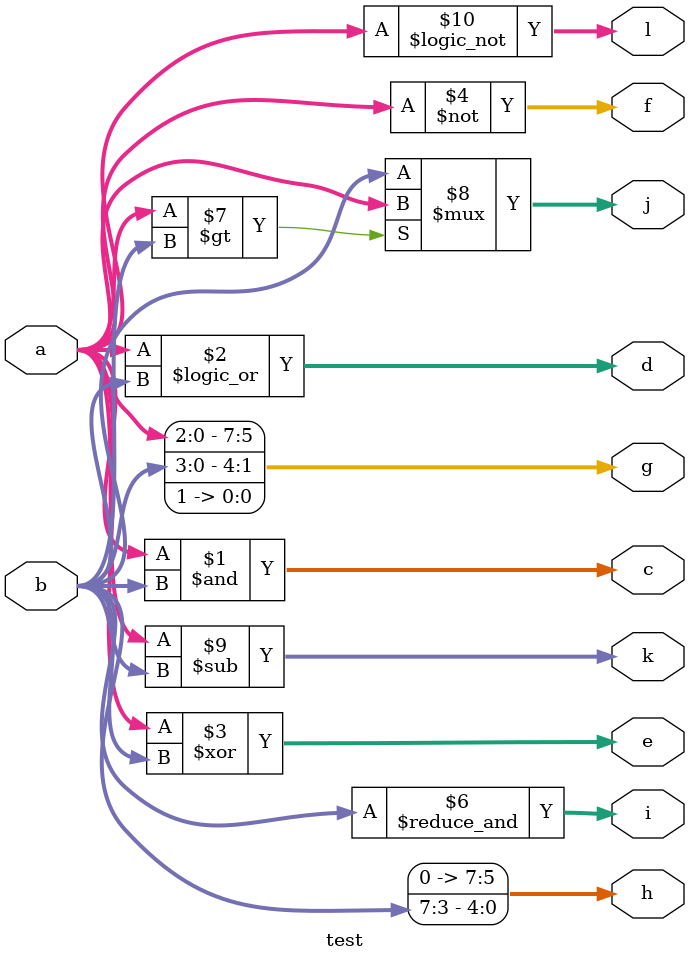
<source format=v>
module test( 
    input  [7:0]        a, b, 
    output [7:0]        c, d, e, f, g, h, i, j, k, l
); 
assign c = a & b; 
assign d = a || b; 
assign e = a ^ b; 
assign f = ~a; 
assign g = {a[2:0], b[3:0], {1'b1}}; 
assign h = b >>> 3; 
assign i = &b; 
assign j = (a > b) ? a : b; 
assign k = a - b; 
assign l = !a;
endmodule

/***

c = 8'b0011_0000
d = 8'b1111_0011
e = 8'b1100_0011
f = 8'b1100_1100
g = 8'b0110_0001
h = 8'b1111_1110
i = 1'b0
j = 8'b0011_0011
k = 8'b0100_0011
l = 1'b0

***/

</source>
